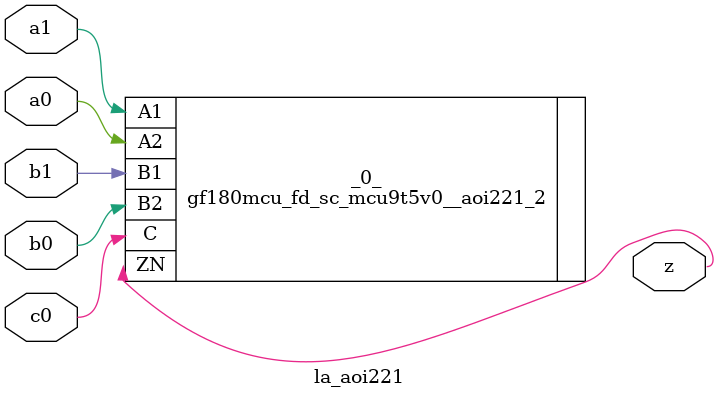
<source format=v>
/* Generated by Yosys 0.37 (git sha1 a5c7f69ed, clang 14.0.0-1ubuntu1.1 -fPIC -Os) */

module la_aoi221(a0, a1, b0, b1, c0, z);
  input a0;
  wire a0;
  input a1;
  wire a1;
  input b0;
  wire b0;
  input b1;
  wire b1;
  input c0;
  wire c0;
  output z;
  wire z;
  gf180mcu_fd_sc_mcu9t5v0__aoi221_2 _0_ (
    .A1(a1),
    .A2(a0),
    .B1(b1),
    .B2(b0),
    .C(c0),
    .ZN(z)
  );
endmodule

</source>
